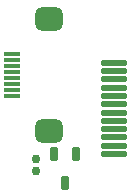
<source format=gts>
G04*
G04 #@! TF.GenerationSoftware,Altium Limited,Altium Designer,21.7.2 (23)*
G04*
G04 Layer_Color=8388736*
%FSLAX44Y44*%
%MOMM*%
G71*
G04*
G04 #@! TF.SameCoordinates,0BE80B90-C889-43C2-90E7-E75AD40DEA5F*
G04*
G04*
G04 #@! TF.FilePolarity,Negative*
G04*
G01*
G75*
G04:AMPARAMS|DCode=18|XSize=0.5524mm|YSize=2.1844mm|CornerRadius=0.1762mm|HoleSize=0mm|Usage=FLASHONLY|Rotation=90.000|XOffset=0mm|YOffset=0mm|HoleType=Round|Shape=RoundedRectangle|*
%AMROUNDEDRECTD18*
21,1,0.5524,1.8320,0,0,90.0*
21,1,0.2000,2.1844,0,0,90.0*
1,1,0.3524,0.9160,0.1000*
1,1,0.3524,0.9160,-0.1000*
1,1,0.3524,-0.9160,-0.1000*
1,1,0.3524,-0.9160,0.1000*
%
%ADD18ROUNDEDRECTD18*%
G04:AMPARAMS|DCode=19|XSize=0.6604mm|YSize=0.6604mm|CornerRadius=0.2032mm|HoleSize=0mm|Usage=FLASHONLY|Rotation=180.000|XOffset=0mm|YOffset=0mm|HoleType=Round|Shape=RoundedRectangle|*
%AMROUNDEDRECTD19*
21,1,0.6604,0.2540,0,0,180.0*
21,1,0.2540,0.6604,0,0,180.0*
1,1,0.4064,-0.1270,0.1270*
1,1,0.4064,0.1270,0.1270*
1,1,0.4064,0.1270,-0.1270*
1,1,0.4064,-0.1270,-0.1270*
%
%ADD19ROUNDEDRECTD19*%
G04:AMPARAMS|DCode=20|XSize=0.7524mm|YSize=1.1524mm|CornerRadius=0.2262mm|HoleSize=0mm|Usage=FLASHONLY|Rotation=0.000|XOffset=0mm|YOffset=0mm|HoleType=Round|Shape=RoundedRectangle|*
%AMROUNDEDRECTD20*
21,1,0.7524,0.7000,0,0,0.0*
21,1,0.3000,1.1524,0,0,0.0*
1,1,0.4524,0.1500,-0.3500*
1,1,0.4524,-0.1500,-0.3500*
1,1,0.4524,-0.1500,0.3500*
1,1,0.4524,0.1500,0.3500*
%
%ADD20ROUNDEDRECTD20*%
G04:AMPARAMS|DCode=21|XSize=2.3368mm|YSize=1.9812mm|CornerRadius=0.5334mm|HoleSize=0mm|Usage=FLASHONLY|Rotation=0.000|XOffset=0mm|YOffset=0mm|HoleType=Round|Shape=RoundedRectangle|*
%AMROUNDEDRECTD21*
21,1,2.3368,0.9144,0,0,0.0*
21,1,1.2700,1.9812,0,0,0.0*
1,1,1.0668,0.6350,-0.4572*
1,1,1.0668,-0.6350,-0.4572*
1,1,1.0668,-0.6350,0.4572*
1,1,1.0668,0.6350,0.4572*
%
%ADD21ROUNDEDRECTD21*%
G04:AMPARAMS|DCode=22|XSize=1.4224mm|YSize=0.4064mm|CornerRadius=0.1397mm|HoleSize=0mm|Usage=FLASHONLY|Rotation=180.000|XOffset=0mm|YOffset=0mm|HoleType=Round|Shape=RoundedRectangle|*
%AMROUNDEDRECTD22*
21,1,1.4224,0.1270,0,0,180.0*
21,1,1.1430,0.4064,0,0,180.0*
1,1,0.2794,-0.5715,0.0635*
1,1,0.2794,0.5715,0.0635*
1,1,0.2794,0.5715,-0.0635*
1,1,0.2794,-0.5715,-0.0635*
%
%ADD22ROUNDEDRECTD22*%
D18*
X224028Y64008D02*
D03*
Y85008D02*
D03*
Y106008D02*
D03*
Y127008D02*
D03*
Y78008D02*
D03*
Y71008D02*
D03*
Y99008D02*
D03*
Y92008D02*
D03*
Y113008D02*
D03*
Y120008D02*
D03*
Y134008D02*
D03*
Y141008D02*
D03*
D19*
X158750Y59436D02*
D03*
Y49276D02*
D03*
D20*
X182880Y39102D02*
D03*
X173380Y64022D02*
D03*
X192380D02*
D03*
D21*
X169164Y177960D02*
D03*
Y83660D02*
D03*
D22*
X137668Y148310D02*
D03*
Y143310D02*
D03*
Y138310D02*
D03*
Y133310D02*
D03*
Y128310D02*
D03*
Y123310D02*
D03*
Y118310D02*
D03*
Y113310D02*
D03*
M02*

</source>
